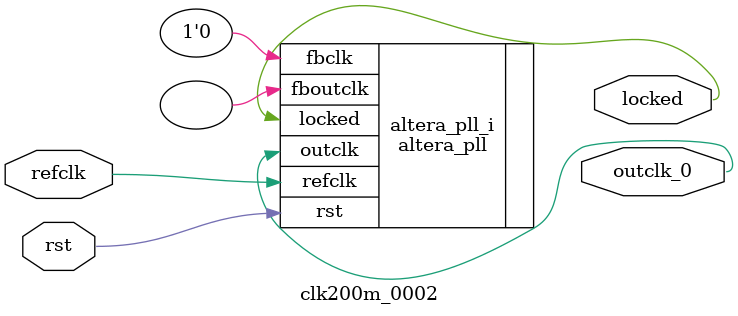
<source format=v>
`timescale 1ns/10ps
module  clk200m_0002(

	// interface 'refclk'
	input wire refclk,

	// interface 'reset'
	input wire rst,

	// interface 'outclk0'
	output wire outclk_0,

	// interface 'locked'
	output wire locked
);

	altera_pll #(
		.fractional_vco_multiplier("false"),
		.reference_clock_frequency("700.0 MHz"),
		.operation_mode("direct"),
		.number_of_clocks(1),
		.output_clock_frequency0("200.000000 MHz"),
		.phase_shift0("0 ps"),
		.duty_cycle0(50),
		.output_clock_frequency1("0 MHz"),
		.phase_shift1("0 ps"),
		.duty_cycle1(50),
		.output_clock_frequency2("0 MHz"),
		.phase_shift2("0 ps"),
		.duty_cycle2(50),
		.output_clock_frequency3("0 MHz"),
		.phase_shift3("0 ps"),
		.duty_cycle3(50),
		.output_clock_frequency4("0 MHz"),
		.phase_shift4("0 ps"),
		.duty_cycle4(50),
		.output_clock_frequency5("0 MHz"),
		.phase_shift5("0 ps"),
		.duty_cycle5(50),
		.output_clock_frequency6("0 MHz"),
		.phase_shift6("0 ps"),
		.duty_cycle6(50),
		.output_clock_frequency7("0 MHz"),
		.phase_shift7("0 ps"),
		.duty_cycle7(50),
		.output_clock_frequency8("0 MHz"),
		.phase_shift8("0 ps"),
		.duty_cycle8(50),
		.output_clock_frequency9("0 MHz"),
		.phase_shift9("0 ps"),
		.duty_cycle9(50),
		.output_clock_frequency10("0 MHz"),
		.phase_shift10("0 ps"),
		.duty_cycle10(50),
		.output_clock_frequency11("0 MHz"),
		.phase_shift11("0 ps"),
		.duty_cycle11(50),
		.output_clock_frequency12("0 MHz"),
		.phase_shift12("0 ps"),
		.duty_cycle12(50),
		.output_clock_frequency13("0 MHz"),
		.phase_shift13("0 ps"),
		.duty_cycle13(50),
		.output_clock_frequency14("0 MHz"),
		.phase_shift14("0 ps"),
		.duty_cycle14(50),
		.output_clock_frequency15("0 MHz"),
		.phase_shift15("0 ps"),
		.duty_cycle15(50),
		.output_clock_frequency16("0 MHz"),
		.phase_shift16("0 ps"),
		.duty_cycle16(50),
		.output_clock_frequency17("0 MHz"),
		.phase_shift17("0 ps"),
		.duty_cycle17(50),
		.pll_type("General"),
		.pll_subtype("General")
	) altera_pll_i (
		.rst	(rst),
		.outclk	({outclk_0}),
		.locked	(locked),
		.fboutclk	( ),
		.fbclk	(1'b0),
		.refclk	(refclk)
	);
endmodule


</source>
